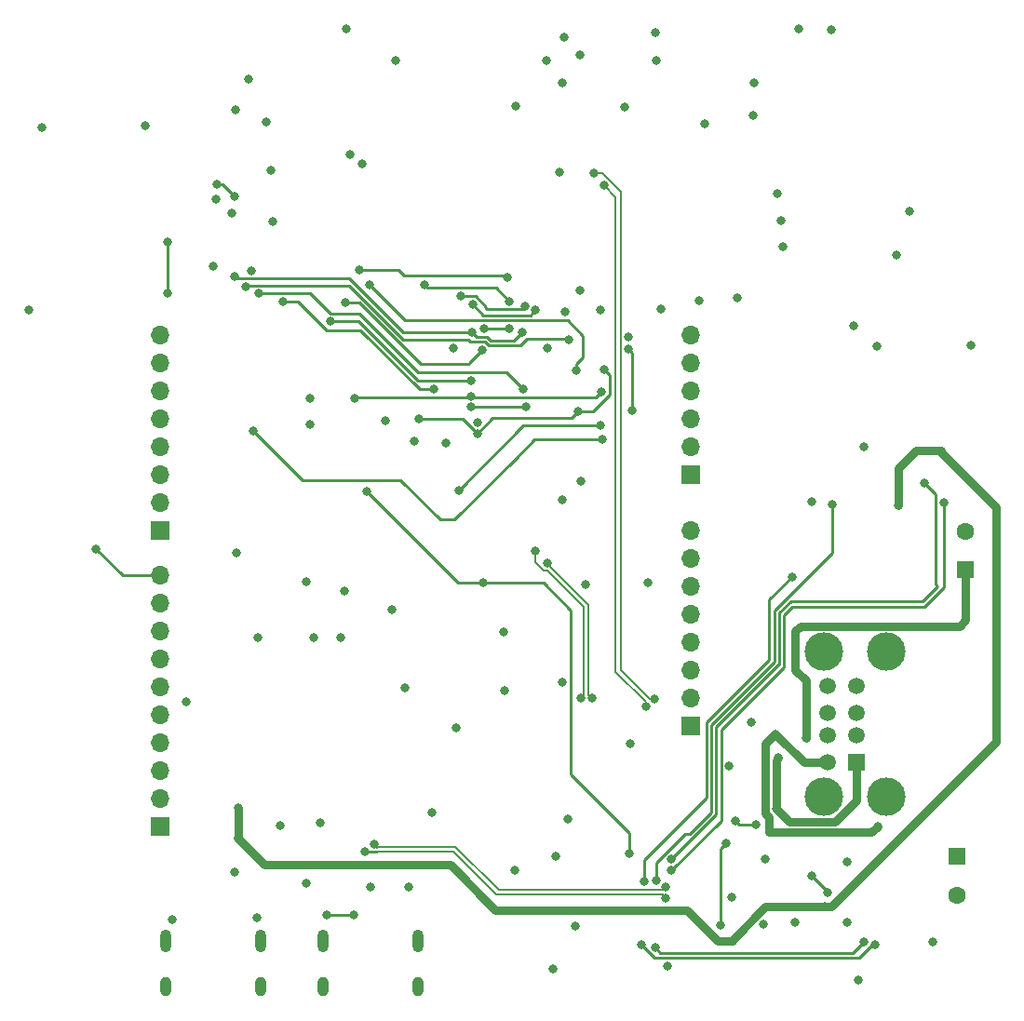
<source format=gbl>
G04 #@! TF.GenerationSoftware,KiCad,Pcbnew,7.0.7-7.0.7~ubuntu23.04.1*
G04 #@! TF.CreationDate,2023-09-22T06:11:18+00:00*
G04 #@! TF.ProjectId,mbed-ce-ci-shield-v2,6d626564-2d63-4652-9d63-692d73686965,0*
G04 #@! TF.SameCoordinates,Original*
G04 #@! TF.FileFunction,Copper,L4,Bot*
G04 #@! TF.FilePolarity,Positive*
%FSLAX46Y46*%
G04 Gerber Fmt 4.6, Leading zero omitted, Abs format (unit mm)*
G04 Created by KiCad (PCBNEW 7.0.7-7.0.7~ubuntu23.04.1) date 2023-09-22 06:11:18*
%MOMM*%
%LPD*%
G01*
G04 APERTURE LIST*
G04 #@! TA.AperFunction,ComponentPad*
%ADD10R,1.700000X1.700000*%
G04 #@! TD*
G04 #@! TA.AperFunction,ComponentPad*
%ADD11O,1.700000X1.700000*%
G04 #@! TD*
G04 #@! TA.AperFunction,ComponentPad*
%ADD12R,1.600000X1.600000*%
G04 #@! TD*
G04 #@! TA.AperFunction,ComponentPad*
%ADD13C,1.600000*%
G04 #@! TD*
G04 #@! TA.AperFunction,ComponentPad*
%ADD14O,1.000000X2.100000*%
G04 #@! TD*
G04 #@! TA.AperFunction,ComponentPad*
%ADD15O,1.000000X1.800000*%
G04 #@! TD*
G04 #@! TA.AperFunction,ComponentPad*
%ADD16R,1.500000X1.500000*%
G04 #@! TD*
G04 #@! TA.AperFunction,ComponentPad*
%ADD17C,1.500000*%
G04 #@! TD*
G04 #@! TA.AperFunction,ComponentPad*
%ADD18C,3.500000*%
G04 #@! TD*
G04 #@! TA.AperFunction,ViaPad*
%ADD19C,0.800000*%
G04 #@! TD*
G04 #@! TA.AperFunction,Conductor*
%ADD20C,0.750000*%
G04 #@! TD*
G04 #@! TA.AperFunction,Conductor*
%ADD21C,0.250000*%
G04 #@! TD*
G04 #@! TA.AperFunction,Conductor*
%ADD22C,0.200000*%
G04 #@! TD*
G04 APERTURE END LIST*
D10*
X79750000Y-72870000D03*
D11*
X79750000Y-70330000D03*
X79750000Y-67790000D03*
X79750000Y-65250000D03*
X79750000Y-62710000D03*
X79750000Y-60170000D03*
X79750000Y-57630000D03*
X79750000Y-55090000D03*
D12*
X153000000Y-76402651D03*
D13*
X153000000Y-72902651D03*
D10*
X79750000Y-99794000D03*
D11*
X79750000Y-97254000D03*
X79750000Y-94714000D03*
X79750000Y-92174000D03*
X79750000Y-89634000D03*
X79750000Y-87094000D03*
X79750000Y-84554000D03*
X79750000Y-82014000D03*
X79750000Y-79474000D03*
X79750000Y-76934000D03*
D14*
X94565051Y-110160000D03*
D15*
X94565051Y-114340000D03*
D14*
X103205051Y-110160000D03*
D15*
X103205051Y-114340000D03*
D10*
X128010000Y-90650000D03*
D11*
X128010000Y-88110000D03*
X128010000Y-85570000D03*
X128010000Y-83030000D03*
X128010000Y-80490000D03*
X128010000Y-77950000D03*
X128010000Y-75410000D03*
X128010000Y-72870000D03*
D10*
X128010000Y-67790000D03*
D11*
X128010000Y-65250000D03*
X128010000Y-62710000D03*
X128010000Y-60170000D03*
X128010000Y-57630000D03*
X128010000Y-55090000D03*
D14*
X80270000Y-110160000D03*
D15*
X80270000Y-114340000D03*
D14*
X88910000Y-110160000D03*
D15*
X88910000Y-114340000D03*
D12*
X152250000Y-102500000D03*
D13*
X152250000Y-106000000D03*
D16*
X143107685Y-93940000D03*
D17*
X143107685Y-91440000D03*
X143107685Y-89440000D03*
X143107685Y-86940000D03*
X140487685Y-93940000D03*
X140487685Y-91440000D03*
X140487685Y-89440000D03*
X140487685Y-86940000D03*
D18*
X145817685Y-97010000D03*
X145817685Y-83870000D03*
X140137685Y-97010000D03*
X140137685Y-83870000D03*
D19*
X93035051Y-104940000D03*
X106400000Y-56200000D03*
X88590000Y-108015000D03*
X90650000Y-99675000D03*
X86535051Y-103940000D03*
X116320000Y-70040000D03*
X86700000Y-74900000D03*
X116300000Y-32137659D03*
X133500000Y-90250000D03*
X116100000Y-40200000D03*
X114900000Y-30037659D03*
X134620000Y-108620000D03*
X84600000Y-48800000D03*
X89400000Y-35700000D03*
X143250000Y-113750000D03*
X115750000Y-102500000D03*
X131500000Y-94250000D03*
X128800000Y-51900000D03*
X105700000Y-64900000D03*
X87800000Y-31800000D03*
X136200000Y-44600000D03*
X115500000Y-112750000D03*
X78400000Y-36000000D03*
X116600000Y-52900000D03*
X84800000Y-42700000D03*
X93700000Y-82600000D03*
X115000000Y-56200000D03*
X104500000Y-98500000D03*
X118450000Y-77762500D03*
X96500000Y-78300000D03*
X122000000Y-34337659D03*
X93400000Y-60800000D03*
X122340000Y-55230000D03*
X147900000Y-43800000D03*
X98885051Y-105265000D03*
X131760000Y-106165500D03*
X142220000Y-103000000D03*
X124900000Y-30037659D03*
X129300000Y-35837159D03*
X111050000Y-87362500D03*
X133800000Y-32137659D03*
X153500000Y-56000000D03*
X69000000Y-36200000D03*
X90025500Y-44700000D03*
X102050000Y-87162500D03*
X119800000Y-52725500D03*
X111020000Y-82040000D03*
X117900000Y-29537659D03*
X86300000Y-44000000D03*
X137800000Y-27200000D03*
X67800000Y-52800000D03*
X97000000Y-38600000D03*
X142250000Y-108500000D03*
X96700000Y-27200000D03*
X122500000Y-92250000D03*
X82150000Y-88425000D03*
X134750000Y-102750000D03*
X80840000Y-108265000D03*
X102385051Y-105265000D03*
X144900000Y-56100000D03*
X100850000Y-79990000D03*
X143750000Y-65250000D03*
X146850000Y-70560000D03*
X86890000Y-98070000D03*
X140220000Y-107050000D03*
X124800000Y-27537659D03*
X116500000Y-28000000D03*
X133700000Y-35037659D03*
X135900000Y-42200000D03*
X88000000Y-49200000D03*
X132200000Y-51700000D03*
X88600000Y-82600000D03*
X125300000Y-52700000D03*
X106650000Y-90762500D03*
X125920000Y-112460000D03*
X101200000Y-30100000D03*
X150000000Y-110250000D03*
X93000000Y-77500000D03*
X93400000Y-63200000D03*
X140800000Y-27300000D03*
X137500000Y-108500000D03*
X98100000Y-39500000D03*
X139000000Y-70200000D03*
X108600000Y-62975402D03*
X146700000Y-47800000D03*
X102900000Y-64700000D03*
X142800000Y-54200000D03*
X136400000Y-47037659D03*
X112010000Y-103775500D03*
X124150000Y-77570000D03*
X86600000Y-34600000D03*
X89800000Y-40100000D03*
X94300000Y-99400000D03*
X96200000Y-82600000D03*
X112100000Y-34200000D03*
X116320000Y-86670000D03*
X100200000Y-62800000D03*
X116850000Y-99110000D03*
X117900000Y-51000000D03*
X118050000Y-68350000D03*
X117470000Y-108850000D03*
X140420000Y-105730000D03*
X133940000Y-99590000D03*
X132075500Y-99270000D03*
X139010000Y-104250000D03*
X97385051Y-107765000D03*
X94885051Y-107765000D03*
X130750000Y-108750000D03*
X131250000Y-101250000D03*
X123800000Y-104720000D03*
X137210000Y-77060000D03*
X123487701Y-110512299D03*
X144770000Y-110470000D03*
X108200000Y-52300000D03*
X113900000Y-52800000D03*
X107100000Y-51500000D03*
X112964137Y-52449051D03*
X111500000Y-54500000D03*
X103800000Y-50500000D03*
X109184623Y-54500500D03*
X111500000Y-51975500D03*
X119900000Y-60200000D03*
X97400000Y-60800000D03*
X108000000Y-60600000D03*
X108000000Y-61599503D03*
X113000000Y-61600000D03*
X125750000Y-106275000D03*
X98350000Y-102070000D03*
X125750000Y-105225000D03*
X99190000Y-101340000D03*
X149250000Y-68500000D03*
X126250000Y-102750000D03*
X143750000Y-110250000D03*
X124750000Y-110750000D03*
X124900000Y-104670000D03*
X140890000Y-70500000D03*
X126262299Y-103762299D03*
X151000000Y-70250000D03*
X136000000Y-93500000D03*
X138500000Y-91750000D03*
X135754214Y-98135042D03*
X135750219Y-91378280D03*
X145000000Y-99750000D03*
X117975000Y-88100000D03*
X113900000Y-74713000D03*
X109100000Y-77600000D03*
X122440000Y-102200000D03*
X98500000Y-69300000D03*
X111324500Y-49800000D03*
X97900000Y-49100000D03*
X115003372Y-75762395D03*
X119025000Y-88100000D03*
X96600000Y-52100000D03*
X109000000Y-56400000D03*
X98800000Y-50500000D03*
X117600000Y-58300000D03*
X88230000Y-63770000D03*
X119920000Y-64570000D03*
X86524500Y-42400000D03*
X84900000Y-41300000D03*
X116900000Y-55500000D03*
X106900000Y-69200000D03*
X122700000Y-61900000D03*
X122324500Y-56300000D03*
X87494161Y-50624500D03*
X119800000Y-63300000D03*
X86500000Y-49700000D03*
X108100000Y-54800000D03*
X112700000Y-54800000D03*
X80400000Y-51275500D03*
X80400000Y-46600000D03*
X112800000Y-60000000D03*
X88700000Y-51275500D03*
X104600000Y-60000000D03*
X90900000Y-52000000D03*
X95200000Y-53800000D03*
X108000000Y-59200000D03*
X73900000Y-74500000D03*
X120100000Y-58200000D03*
X117800000Y-62000000D03*
X108600000Y-64000000D03*
X103300000Y-62700000D03*
X120100000Y-41437659D03*
X123928768Y-88871232D03*
X119229163Y-40300000D03*
X124671232Y-88128768D03*
D20*
X140220000Y-107050000D02*
X140760000Y-107050000D01*
X155740000Y-70710000D02*
X150780000Y-65750000D01*
X150780000Y-65560000D02*
X148460000Y-65560000D01*
X110260000Y-107390000D02*
X127630000Y-107390000D01*
X134811141Y-107050000D02*
X140220000Y-107050000D01*
X86890000Y-100650051D02*
X86775051Y-100765000D01*
X147470000Y-66550000D02*
X146850000Y-67170000D01*
X106122299Y-103252299D02*
X110260000Y-107390000D01*
X155200000Y-92610000D02*
X155740000Y-92070000D01*
X155740000Y-92070000D02*
X155740000Y-70710000D01*
X131800000Y-110210000D02*
X131800000Y-110061141D01*
X86775051Y-100765000D02*
X89155051Y-103145000D01*
X148460000Y-65560000D02*
X147470000Y-66550000D01*
X89262350Y-103252299D02*
X105242350Y-103252299D01*
X150780000Y-65750000D02*
X150780000Y-65560000D01*
X86890000Y-98070000D02*
X86890000Y-100650051D01*
X131800000Y-110061141D02*
X134811141Y-107050000D01*
X146850000Y-67170000D02*
X146850000Y-70560000D01*
X105242350Y-103252299D02*
X106122299Y-103252299D01*
X140760000Y-107050000D02*
X155200000Y-92610000D01*
X89155051Y-103145000D02*
X89262350Y-103252299D01*
X130450000Y-110210000D02*
X131800000Y-110210000D01*
X127630000Y-107390000D02*
X130450000Y-110210000D01*
D21*
X140420000Y-105660000D02*
X139010000Y-104250000D01*
X140420000Y-105730000D02*
X140420000Y-105660000D01*
X132395500Y-99590000D02*
X132075500Y-99270000D01*
X133940000Y-99590000D02*
X132395500Y-99590000D01*
X94885051Y-107765000D02*
X97385051Y-107765000D01*
X130750000Y-101750000D02*
X131250000Y-101250000D01*
X130750000Y-108750000D02*
X130750000Y-101750000D01*
X129420000Y-90307208D02*
X135150000Y-84577208D01*
X135150000Y-79120000D02*
X137210000Y-77060000D01*
X123800000Y-102770000D02*
X129420000Y-97150000D01*
X123800000Y-104720000D02*
X123800000Y-102770000D01*
X135150000Y-84577208D02*
X135150000Y-79120000D01*
X129420000Y-97150000D02*
X129420000Y-90307208D01*
X144770000Y-110470000D02*
X144555305Y-110470000D01*
X124675402Y-111700000D02*
X123487701Y-110512299D01*
X144555305Y-110470000D02*
X143325305Y-111700000D01*
X143325305Y-111700000D02*
X124675402Y-111700000D01*
X109150000Y-53250000D02*
X111500000Y-53250000D01*
X113450000Y-53250000D02*
X113900000Y-52800000D01*
X111500000Y-53250000D02*
X113450000Y-53250000D01*
X108200000Y-52300000D02*
X109150000Y-53250000D01*
X109400000Y-52700000D02*
X112713188Y-52700000D01*
X107100000Y-51500000D02*
X108425305Y-51500000D01*
X108425305Y-51500000D02*
X109400000Y-52474695D01*
X109400000Y-52474695D02*
X109400000Y-52700000D01*
X112713188Y-52700000D02*
X112964137Y-52449051D01*
X103800000Y-50500000D02*
X104075000Y-50775000D01*
X110299500Y-50775000D02*
X111500000Y-51975500D01*
X111499500Y-54500500D02*
X111500000Y-54500000D01*
X104075000Y-50775000D02*
X110299500Y-50775000D01*
X109184623Y-54500500D02*
X111499500Y-54500500D01*
X108000000Y-60600000D02*
X107875000Y-60725000D01*
X97475000Y-60725000D02*
X97400000Y-60800000D01*
X119900000Y-60200000D02*
X119375000Y-60725000D01*
X108125000Y-60725000D02*
X108000000Y-60600000D01*
X119375000Y-60725000D02*
X108125000Y-60725000D01*
X107875000Y-60725000D02*
X97475000Y-60725000D01*
X108000000Y-61599503D02*
X108000497Y-61600000D01*
X108000497Y-61600000D02*
X113000000Y-61600000D01*
D22*
X106436800Y-102065000D02*
X99430000Y-102065000D01*
X125450001Y-105975001D02*
X110346801Y-105975001D01*
X125750000Y-106275000D02*
X125450001Y-105975001D01*
D21*
X98355000Y-102065000D02*
X98350000Y-102070000D01*
D22*
X110346801Y-105975001D02*
X106436800Y-102065000D01*
D21*
X99430000Y-102065000D02*
X98355000Y-102065000D01*
X99430000Y-101580000D02*
X99190000Y-101340000D01*
D22*
X110533199Y-105524999D02*
X106623200Y-101615000D01*
X125750000Y-105225000D02*
X125450001Y-105524999D01*
X125450001Y-105524999D02*
X110533199Y-105524999D01*
X106623200Y-101615000D02*
X99430000Y-101615000D01*
D21*
X99430000Y-101615000D02*
X99430000Y-101580000D01*
X137113604Y-79250000D02*
X149113604Y-79250000D01*
X136000000Y-85000000D02*
X136050000Y-85000000D01*
X136050000Y-80313604D02*
X137113604Y-79250000D01*
X150275000Y-69525000D02*
X149250000Y-68500000D01*
X149113604Y-79250000D02*
X150431802Y-77931802D01*
X150431802Y-77931802D02*
X150275000Y-77775000D01*
X130325000Y-98675000D02*
X130325000Y-90675000D01*
X126250000Y-102750000D02*
X130325000Y-98675000D01*
X150275000Y-77775000D02*
X150275000Y-69525000D01*
X136050000Y-85000000D02*
X136050000Y-80313604D01*
X130325000Y-90675000D02*
X136000000Y-85000000D01*
X125250000Y-111250000D02*
X124750000Y-110750000D01*
X143750000Y-110250000D02*
X142750000Y-111250000D01*
X126000000Y-111250000D02*
X125250000Y-111250000D01*
X142750000Y-111250000D02*
X126000000Y-111250000D01*
X140890000Y-74837208D02*
X140890000Y-70500000D01*
X129870000Y-98493604D02*
X129870000Y-90493604D01*
X124900000Y-104670000D02*
X124900000Y-103074695D01*
X135600000Y-84763604D02*
X135600000Y-80127208D01*
X124900000Y-103074695D02*
X127504695Y-100470000D01*
X127893604Y-100470000D02*
X129870000Y-98493604D01*
X129870000Y-90493604D02*
X135600000Y-84763604D01*
X135600000Y-80127208D02*
X140890000Y-74837208D01*
X127504695Y-100470000D02*
X127893604Y-100470000D01*
X136500000Y-80500000D02*
X136500000Y-85250000D01*
X151000000Y-78000000D02*
X149250000Y-79750000D01*
X130775000Y-99250305D02*
X126263006Y-103762299D01*
X126263006Y-103762299D02*
X126262299Y-103762299D01*
X151000000Y-70250000D02*
X151000000Y-78000000D01*
X137250000Y-79750000D02*
X136500000Y-80500000D01*
X130775000Y-90975000D02*
X130775000Y-99250305D01*
X136500000Y-85250000D02*
X130775000Y-90975000D01*
X149250000Y-79750000D02*
X137250000Y-79750000D01*
D20*
X135754214Y-93745786D02*
X136000000Y-93500000D01*
X135754214Y-98135042D02*
X135754214Y-93745786D01*
X136954172Y-99335000D02*
X135754214Y-98135042D01*
X152455000Y-81545000D02*
X153000000Y-81000000D01*
X153000000Y-81000000D02*
X153000000Y-76402651D01*
X143107685Y-97392315D02*
X141165000Y-99335000D01*
X138500000Y-91750000D02*
X138500000Y-86500000D01*
X143107685Y-93940000D02*
X143107685Y-97392315D01*
X141165000Y-99335000D02*
X136954172Y-99335000D01*
X137955000Y-81545000D02*
X152455000Y-81545000D01*
X138500000Y-86500000D02*
X137500000Y-85500000D01*
X137500000Y-82000000D02*
X137955000Y-81545000D01*
X137500000Y-85500000D02*
X137500000Y-82000000D01*
X135621720Y-91378280D02*
X134804214Y-92195786D01*
X135120000Y-100285000D02*
X144465000Y-100285000D01*
X144465000Y-100285000D02*
X145000000Y-99750000D01*
X134779214Y-97731183D02*
X134779214Y-98538901D01*
X135120000Y-98879687D02*
X135120000Y-100285000D01*
X138311939Y-93940000D02*
X135750219Y-91378280D01*
X134779214Y-98538901D02*
X135120000Y-98879687D01*
X134804214Y-97706183D02*
X134779214Y-97731183D01*
X134804214Y-92195786D02*
X134804214Y-97706183D01*
X140487685Y-93940000D02*
X138311939Y-93940000D01*
X135750219Y-91378280D02*
X135621720Y-91378280D01*
D22*
X113900000Y-75700000D02*
X113900000Y-74800000D01*
X117975000Y-88100000D02*
X118274999Y-87800001D01*
X113900000Y-74800000D02*
X113813000Y-74713000D01*
X114659100Y-76459100D02*
X113900000Y-75700000D01*
X118274999Y-87800001D02*
X118274999Y-79793199D01*
X114940900Y-76459100D02*
X114659100Y-76459100D01*
X118274999Y-79793199D02*
X114940900Y-76459100D01*
X113813000Y-74713000D02*
X113900000Y-74713000D01*
D21*
X98500000Y-69300000D02*
X106800000Y-77600000D01*
X117100000Y-95000000D02*
X117100000Y-80100000D01*
X122440000Y-100340000D02*
X117100000Y-95000000D01*
X122440000Y-102200000D02*
X122440000Y-100340000D01*
X114600000Y-77600000D02*
X109100000Y-77600000D01*
X106800000Y-77600000D02*
X109100000Y-77600000D01*
X117100000Y-80100000D02*
X114600000Y-77600000D01*
X97900000Y-49100000D02*
X101400000Y-49100000D01*
X101400000Y-49100000D02*
X101900000Y-49600000D01*
X101900000Y-49600000D02*
X111124500Y-49600000D01*
X111124500Y-49600000D02*
X111324500Y-49800000D01*
D22*
X119025000Y-88100000D02*
X118725001Y-87800001D01*
X118725001Y-79606801D02*
X115259100Y-76140900D01*
X115259100Y-76140900D02*
X115259100Y-76018123D01*
X118725001Y-87800001D02*
X118725001Y-79606801D01*
X119025000Y-87686397D02*
X119025000Y-88100000D01*
X115259100Y-76018123D02*
X115003372Y-75762395D01*
D21*
X97827208Y-52100000D02*
X96600000Y-52100000D01*
X107849500Y-57700000D02*
X103427208Y-57700000D01*
X103427208Y-57700000D02*
X97827208Y-52100000D01*
X109000000Y-56400000D02*
X107849500Y-57550500D01*
X107849500Y-57550500D02*
X107849500Y-57700000D01*
X118200000Y-57100000D02*
X117850000Y-57450000D01*
X102000000Y-53700000D02*
X116800000Y-53700000D01*
X117600000Y-57700000D02*
X117600000Y-58300000D01*
X118200000Y-55100000D02*
X118200000Y-57100000D01*
X117850000Y-57450000D02*
X117600000Y-57700000D01*
X116800000Y-53700000D02*
X118200000Y-55100000D01*
X98800000Y-50500000D02*
X102000000Y-53700000D01*
X112060000Y-66280000D02*
X113770000Y-64570000D01*
X92700000Y-68240000D02*
X98110000Y-68240000D01*
X98110000Y-68240000D02*
X101600000Y-68240000D01*
X106500000Y-71840000D02*
X112060000Y-66280000D01*
X113770000Y-64570000D02*
X119920000Y-64570000D01*
X105200000Y-71840000D02*
X106500000Y-71840000D01*
X88230000Y-63770000D02*
X92700000Y-68240000D01*
X101600000Y-68240000D02*
X105200000Y-71840000D01*
X85424500Y-41300000D02*
X86524500Y-42400000D01*
X84900000Y-41300000D02*
X85424500Y-41300000D01*
X101826257Y-55462653D02*
X107737348Y-55462653D01*
X112800000Y-63300000D02*
X119800000Y-63300000D01*
X109625305Y-56000000D02*
X112525305Y-56000000D01*
X109300305Y-55675000D02*
X109625305Y-56000000D01*
X96914104Y-50550500D02*
X101826257Y-55462653D01*
X112525305Y-56000000D02*
X113125305Y-55400000D01*
X87568161Y-50550500D02*
X96914104Y-50550500D01*
X116800000Y-55400000D02*
X116900000Y-55500000D01*
X122700000Y-61900000D02*
X122700000Y-56675500D01*
X107737348Y-55462653D02*
X107949695Y-55675000D01*
X106900000Y-69200000D02*
X112800000Y-63300000D01*
X87494161Y-50624500D02*
X87568161Y-50550500D01*
X107949695Y-55675000D02*
X109300305Y-55675000D01*
X113125305Y-55400000D02*
X116800000Y-55400000D01*
X122700000Y-56675500D02*
X122324500Y-56300000D01*
X86500000Y-49700000D02*
X86700000Y-49900000D01*
X87699695Y-49925000D02*
X88300305Y-49925000D01*
X86700000Y-49900000D02*
X87674695Y-49900000D01*
X96900000Y-49900000D02*
X101800000Y-54800000D01*
X88325305Y-49900000D02*
X96900000Y-49900000D01*
X111950000Y-55550000D02*
X109811701Y-55550000D01*
X108525000Y-55225000D02*
X108100000Y-54800000D01*
X109811701Y-55550000D02*
X109486701Y-55225000D01*
X109486701Y-55225000D02*
X108525000Y-55225000D01*
X87674695Y-49900000D02*
X87699695Y-49925000D01*
X112700000Y-54800000D02*
X111950000Y-55550000D01*
X101800000Y-54800000D02*
X108100000Y-54800000D01*
X88300305Y-49925000D02*
X88325305Y-49900000D01*
X103200000Y-58400000D02*
X111200000Y-58400000D01*
X80400000Y-51275500D02*
X80400000Y-46600000D01*
X97875000Y-53075000D02*
X103200000Y-58400000D01*
X93400500Y-51275500D02*
X95200000Y-53075000D01*
X111200000Y-58400000D02*
X112800000Y-60000000D01*
X88700000Y-51275500D02*
X93400500Y-51275500D01*
X95200000Y-53075000D02*
X97875000Y-53075000D01*
X92300000Y-52000000D02*
X90900000Y-52000000D01*
X104600000Y-60000000D02*
X103363604Y-60000000D01*
X94900000Y-54600000D02*
X92300000Y-52000000D01*
X103363604Y-60000000D02*
X97963604Y-54600000D01*
X97963604Y-54600000D02*
X94900000Y-54600000D01*
X95200000Y-53800000D02*
X97800000Y-53800000D01*
X97800000Y-53800000D02*
X103200000Y-59200000D01*
X103200000Y-59200000D02*
X108000000Y-59200000D01*
X76334000Y-76934000D02*
X73900000Y-74500000D01*
X79750000Y-76934000D02*
X76334000Y-76934000D01*
X108600000Y-64000000D02*
X107300000Y-62700000D01*
X120100000Y-58200000D02*
X120625000Y-58725000D01*
X108600000Y-64000000D02*
X110000000Y-62600000D01*
X119125305Y-62000000D02*
X117800000Y-62000000D01*
X107300000Y-62700000D02*
X103300000Y-62700000D01*
X120625000Y-60500305D02*
X119125305Y-62000000D01*
X120625000Y-58725000D02*
X120625000Y-60500305D01*
X117200000Y-62600000D02*
X117800000Y-62000000D01*
X110000000Y-62600000D02*
X117200000Y-62600000D01*
D22*
X120100000Y-41437659D02*
X121175000Y-42512659D01*
X121175000Y-85693199D02*
X123928768Y-88446967D01*
X121175000Y-42512659D02*
X121175000Y-85693199D01*
X123928768Y-88446967D02*
X123928768Y-88871232D01*
X121625000Y-41972709D02*
X121625000Y-85506801D01*
X124246967Y-88128768D02*
X124671232Y-88128768D01*
X119229163Y-40300000D02*
X119952291Y-40300000D01*
X119500000Y-40300000D02*
X119500000Y-40247709D01*
X119952291Y-40300000D02*
X121625000Y-41972709D01*
X121625000Y-85506801D02*
X124246967Y-88128768D01*
X119229163Y-40300000D02*
X119500000Y-40300000D01*
M02*

</source>
